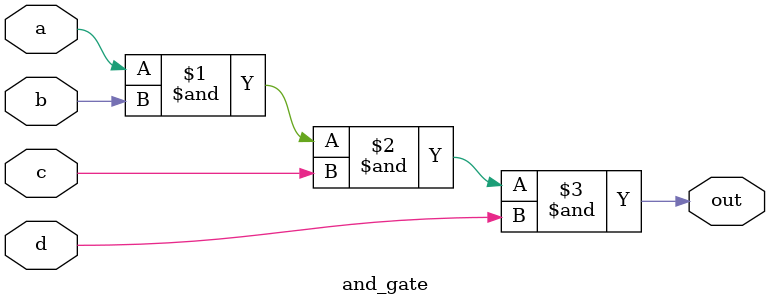
<source format=v>
`timescale 1ns / 1ps

module and_gate(a, b, c, d, out);
input a,b,c,d;
output out;
 
assign out = a & b & c & d; 

endmodule

</source>
